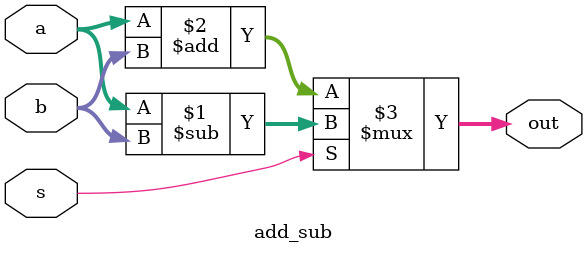
<source format=v>
module add_sub (
	input s,
	input signed [15:0] a,b,
	output signed [15:0] out
);

	assign out = (s) ? a-b : a + b;

endmodule
</source>
